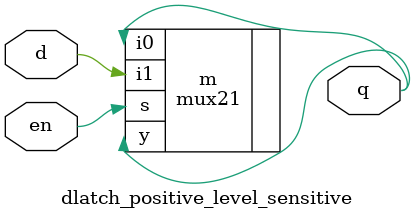
<source format=v>
module dlatch_positive_level_sensitive(d,en,q);
    input d,en;
	output q;
    mux21 m(.i1(d),.i0(q),.s(en),.y(q)); 

endmodule

</source>
